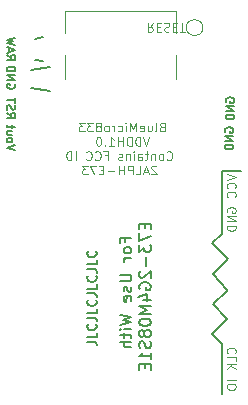
<source format=gbr>
G04 #@! TF.GenerationSoftware,KiCad,Pcbnew,(5.1.10)-1*
G04 #@! TF.CreationDate,2021-09-27T22:25:22-06:00*
G04 #@! TF.ProjectId,BlueMicro833_vddh,426c7565-4d69-4637-926f-3833335f7664,rev?*
G04 #@! TF.SameCoordinates,Original*
G04 #@! TF.FileFunction,Legend,Bot*
G04 #@! TF.FilePolarity,Positive*
%FSLAX46Y46*%
G04 Gerber Fmt 4.6, Leading zero omitted, Abs format (unit mm)*
G04 Created by KiCad (PCBNEW (5.1.10)-1) date 2021-09-27 22:25:22*
%MOMM*%
%LPD*%
G01*
G04 APERTURE LIST*
%ADD10C,0.150000*%
%ADD11C,0.200000*%
%ADD12C,0.100000*%
%ADD13C,0.120000*%
G04 APERTURE END LIST*
D10*
X104175104Y-128641108D02*
X104175104Y-128307775D01*
X104698913Y-128307775D02*
X103698913Y-128307775D01*
X103698913Y-128783965D01*
X104698913Y-129307775D02*
X104651294Y-129212536D01*
X104603675Y-129164917D01*
X104508437Y-129117298D01*
X104222723Y-129117298D01*
X104127485Y-129164917D01*
X104079866Y-129212536D01*
X104032247Y-129307775D01*
X104032247Y-129450632D01*
X104079866Y-129545870D01*
X104127485Y-129593489D01*
X104222723Y-129641108D01*
X104508437Y-129641108D01*
X104603675Y-129593489D01*
X104651294Y-129545870D01*
X104698913Y-129450632D01*
X104698913Y-129307775D01*
X104698913Y-130069679D02*
X104032247Y-130069679D01*
X104222723Y-130069679D02*
X104127485Y-130117298D01*
X104079866Y-130164917D01*
X104032247Y-130260155D01*
X104032247Y-130355394D01*
X103698913Y-131450632D02*
X104508437Y-131450632D01*
X104603675Y-131498251D01*
X104651294Y-131545870D01*
X104698913Y-131641108D01*
X104698913Y-131831584D01*
X104651294Y-131926822D01*
X104603675Y-131974441D01*
X104508437Y-132022060D01*
X103698913Y-132022060D01*
X104651294Y-132450632D02*
X104698913Y-132545870D01*
X104698913Y-132736346D01*
X104651294Y-132831584D01*
X104556056Y-132879203D01*
X104508437Y-132879203D01*
X104413199Y-132831584D01*
X104365580Y-132736346D01*
X104365580Y-132593489D01*
X104317961Y-132498251D01*
X104222723Y-132450632D01*
X104175104Y-132450632D01*
X104079866Y-132498251D01*
X104032247Y-132593489D01*
X104032247Y-132736346D01*
X104079866Y-132831584D01*
X104651294Y-133688727D02*
X104698913Y-133593489D01*
X104698913Y-133403013D01*
X104651294Y-133307775D01*
X104556056Y-133260155D01*
X104175104Y-133260155D01*
X104079866Y-133307775D01*
X104032247Y-133403013D01*
X104032247Y-133593489D01*
X104079866Y-133688727D01*
X104175104Y-133736346D01*
X104270342Y-133736346D01*
X104365580Y-133260155D01*
X103698913Y-134831584D02*
X104698913Y-135069679D01*
X103984628Y-135260155D01*
X104698913Y-135450632D01*
X103698913Y-135688727D01*
X104698913Y-136069679D02*
X104032247Y-136069679D01*
X103698913Y-136069679D02*
X103746533Y-136022060D01*
X103794152Y-136069679D01*
X103746533Y-136117298D01*
X103698913Y-136069679D01*
X103794152Y-136069679D01*
X104032247Y-136403013D02*
X104032247Y-136783965D01*
X103698913Y-136545870D02*
X104556056Y-136545870D01*
X104651294Y-136593489D01*
X104698913Y-136688727D01*
X104698913Y-136783965D01*
X104698913Y-137117298D02*
X103698913Y-137117298D01*
X104698913Y-137545870D02*
X104175104Y-137545870D01*
X104079866Y-137498251D01*
X104032247Y-137403013D01*
X104032247Y-137260155D01*
X104079866Y-137164917D01*
X104127485Y-137117298D01*
X105825104Y-127141108D02*
X105825104Y-127474441D01*
X106348913Y-127617298D02*
X106348913Y-127141108D01*
X105348913Y-127141108D01*
X105348913Y-127617298D01*
X105348913Y-127950632D02*
X105348913Y-128617298D01*
X106348913Y-128188727D01*
X105348913Y-128903013D02*
X105348913Y-129522060D01*
X105729866Y-129188727D01*
X105729866Y-129331584D01*
X105777485Y-129426822D01*
X105825104Y-129474441D01*
X105920342Y-129522060D01*
X106158437Y-129522060D01*
X106253675Y-129474441D01*
X106301294Y-129426822D01*
X106348913Y-129331584D01*
X106348913Y-129045870D01*
X106301294Y-128950632D01*
X106253675Y-128903013D01*
X105967961Y-129950632D02*
X105967961Y-130712536D01*
X105444152Y-131141108D02*
X105396533Y-131188727D01*
X105348913Y-131283965D01*
X105348913Y-131522060D01*
X105396533Y-131617298D01*
X105444152Y-131664917D01*
X105539390Y-131712536D01*
X105634628Y-131712536D01*
X105777485Y-131664917D01*
X106348913Y-131093489D01*
X106348913Y-131712536D01*
X105396533Y-132664917D02*
X105348913Y-132569679D01*
X105348913Y-132426822D01*
X105396533Y-132283965D01*
X105491771Y-132188727D01*
X105587009Y-132141108D01*
X105777485Y-132093489D01*
X105920342Y-132093489D01*
X106110818Y-132141108D01*
X106206056Y-132188727D01*
X106301294Y-132283965D01*
X106348913Y-132426822D01*
X106348913Y-132522060D01*
X106301294Y-132664917D01*
X106253675Y-132712536D01*
X105920342Y-132712536D01*
X105920342Y-132522060D01*
X105682247Y-133569679D02*
X106348913Y-133569679D01*
X105301294Y-133331584D02*
X106015580Y-133093489D01*
X106015580Y-133712536D01*
X106348913Y-134093489D02*
X105348913Y-134093489D01*
X106063199Y-134426822D01*
X105348913Y-134760155D01*
X106348913Y-134760155D01*
X105348913Y-135426822D02*
X105348913Y-135522060D01*
X105396533Y-135617298D01*
X105444152Y-135664917D01*
X105539390Y-135712536D01*
X105729866Y-135760155D01*
X105967961Y-135760155D01*
X106158437Y-135712536D01*
X106253675Y-135664917D01*
X106301294Y-135617298D01*
X106348913Y-135522060D01*
X106348913Y-135426822D01*
X106301294Y-135331584D01*
X106253675Y-135283965D01*
X106158437Y-135236346D01*
X105967961Y-135188727D01*
X105729866Y-135188727D01*
X105539390Y-135236346D01*
X105444152Y-135283965D01*
X105396533Y-135331584D01*
X105348913Y-135426822D01*
X105777485Y-136331584D02*
X105729866Y-136236346D01*
X105682247Y-136188727D01*
X105587009Y-136141108D01*
X105539390Y-136141108D01*
X105444152Y-136188727D01*
X105396533Y-136236346D01*
X105348913Y-136331584D01*
X105348913Y-136522060D01*
X105396533Y-136617298D01*
X105444152Y-136664917D01*
X105539390Y-136712536D01*
X105587009Y-136712536D01*
X105682247Y-136664917D01*
X105729866Y-136617298D01*
X105777485Y-136522060D01*
X105777485Y-136331584D01*
X105825104Y-136236346D01*
X105872723Y-136188727D01*
X105967961Y-136141108D01*
X106158437Y-136141108D01*
X106253675Y-136188727D01*
X106301294Y-136236346D01*
X106348913Y-136331584D01*
X106348913Y-136522060D01*
X106301294Y-136617298D01*
X106253675Y-136664917D01*
X106158437Y-136712536D01*
X105967961Y-136712536D01*
X105872723Y-136664917D01*
X105825104Y-136617298D01*
X105777485Y-136522060D01*
X106301294Y-137093489D02*
X106348913Y-137236346D01*
X106348913Y-137474441D01*
X106301294Y-137569679D01*
X106253675Y-137617298D01*
X106158437Y-137664917D01*
X106063199Y-137664917D01*
X105967961Y-137617298D01*
X105920342Y-137569679D01*
X105872723Y-137474441D01*
X105825104Y-137283965D01*
X105777485Y-137188727D01*
X105729866Y-137141108D01*
X105634628Y-137093489D01*
X105539390Y-137093489D01*
X105444152Y-137141108D01*
X105396533Y-137188727D01*
X105348913Y-137283965D01*
X105348913Y-137522060D01*
X105396533Y-137664917D01*
X106348913Y-138617298D02*
X106348913Y-138045870D01*
X106348913Y-138331584D02*
X105348913Y-138331584D01*
X105491771Y-138236346D01*
X105587009Y-138141108D01*
X105634628Y-138045870D01*
X105825104Y-139045870D02*
X105825104Y-139379203D01*
X106348913Y-139522060D02*
X106348913Y-139045870D01*
X105348913Y-139045870D01*
X105348913Y-139522060D01*
D11*
X97832533Y-113876775D02*
X96181533Y-114130775D01*
X97197533Y-113368775D02*
X96562533Y-113241775D01*
X97197533Y-111336775D02*
X96562533Y-111463775D01*
X97832533Y-115908775D02*
X96181533Y-115654775D01*
D12*
X107692390Y-121660132D02*
X107728104Y-121695846D01*
X107835247Y-121731560D01*
X107906675Y-121731560D01*
X108013818Y-121695846D01*
X108085247Y-121624417D01*
X108120961Y-121552989D01*
X108156675Y-121410132D01*
X108156675Y-121302989D01*
X108120961Y-121160132D01*
X108085247Y-121088703D01*
X108013818Y-121017275D01*
X107906675Y-120981560D01*
X107835247Y-120981560D01*
X107728104Y-121017275D01*
X107692390Y-121052989D01*
X107263818Y-121731560D02*
X107335247Y-121695846D01*
X107370961Y-121660132D01*
X107406675Y-121588703D01*
X107406675Y-121374417D01*
X107370961Y-121302989D01*
X107335247Y-121267275D01*
X107263818Y-121231560D01*
X107156675Y-121231560D01*
X107085247Y-121267275D01*
X107049533Y-121302989D01*
X107013818Y-121374417D01*
X107013818Y-121588703D01*
X107049533Y-121660132D01*
X107085247Y-121695846D01*
X107156675Y-121731560D01*
X107263818Y-121731560D01*
X106692390Y-121231560D02*
X106692390Y-121731560D01*
X106692390Y-121302989D02*
X106656675Y-121267275D01*
X106585247Y-121231560D01*
X106478104Y-121231560D01*
X106406675Y-121267275D01*
X106370961Y-121338703D01*
X106370961Y-121731560D01*
X106120961Y-121231560D02*
X105835247Y-121231560D01*
X106013818Y-120981560D02*
X106013818Y-121624417D01*
X105978104Y-121695846D01*
X105906675Y-121731560D01*
X105835247Y-121731560D01*
X105263818Y-121731560D02*
X105263818Y-121338703D01*
X105299533Y-121267275D01*
X105370961Y-121231560D01*
X105513818Y-121231560D01*
X105585247Y-121267275D01*
X105263818Y-121695846D02*
X105335247Y-121731560D01*
X105513818Y-121731560D01*
X105585247Y-121695846D01*
X105620961Y-121624417D01*
X105620961Y-121552989D01*
X105585247Y-121481560D01*
X105513818Y-121445846D01*
X105335247Y-121445846D01*
X105263818Y-121410132D01*
X104906675Y-121731560D02*
X104906675Y-121231560D01*
X104906675Y-120981560D02*
X104942390Y-121017275D01*
X104906675Y-121052989D01*
X104870961Y-121017275D01*
X104906675Y-120981560D01*
X104906675Y-121052989D01*
X104549533Y-121231560D02*
X104549533Y-121731560D01*
X104549533Y-121302989D02*
X104513818Y-121267275D01*
X104442390Y-121231560D01*
X104335247Y-121231560D01*
X104263818Y-121267275D01*
X104228104Y-121338703D01*
X104228104Y-121731560D01*
X103906675Y-121695846D02*
X103835247Y-121731560D01*
X103692390Y-121731560D01*
X103620961Y-121695846D01*
X103585247Y-121624417D01*
X103585247Y-121588703D01*
X103620961Y-121517275D01*
X103692390Y-121481560D01*
X103799533Y-121481560D01*
X103870961Y-121445846D01*
X103906675Y-121374417D01*
X103906675Y-121338703D01*
X103870961Y-121267275D01*
X103799533Y-121231560D01*
X103692390Y-121231560D01*
X103620961Y-121267275D01*
X102442390Y-121338703D02*
X102692390Y-121338703D01*
X102692390Y-121731560D02*
X102692390Y-120981560D01*
X102335247Y-120981560D01*
X101620961Y-121660132D02*
X101656675Y-121695846D01*
X101763818Y-121731560D01*
X101835247Y-121731560D01*
X101942390Y-121695846D01*
X102013818Y-121624417D01*
X102049533Y-121552989D01*
X102085247Y-121410132D01*
X102085247Y-121302989D01*
X102049533Y-121160132D01*
X102013818Y-121088703D01*
X101942390Y-121017275D01*
X101835247Y-120981560D01*
X101763818Y-120981560D01*
X101656675Y-121017275D01*
X101620961Y-121052989D01*
X100870961Y-121660132D02*
X100906675Y-121695846D01*
X101013818Y-121731560D01*
X101085247Y-121731560D01*
X101192390Y-121695846D01*
X101263818Y-121624417D01*
X101299533Y-121552989D01*
X101335247Y-121410132D01*
X101335247Y-121302989D01*
X101299533Y-121160132D01*
X101263818Y-121088703D01*
X101192390Y-121017275D01*
X101085247Y-120981560D01*
X101013818Y-120981560D01*
X100906675Y-121017275D01*
X100870961Y-121052989D01*
X99978104Y-121731560D02*
X99978104Y-120981560D01*
X99620961Y-121731560D02*
X99620961Y-120981560D01*
X99442390Y-120981560D01*
X99335247Y-121017275D01*
X99263818Y-121088703D01*
X99228104Y-121160132D01*
X99192390Y-121302989D01*
X99192390Y-121410132D01*
X99228104Y-121552989D01*
X99263818Y-121624417D01*
X99335247Y-121695846D01*
X99442390Y-121731560D01*
X99620961Y-121731560D01*
X106799533Y-122277989D02*
X106763818Y-122242275D01*
X106692390Y-122206560D01*
X106513818Y-122206560D01*
X106442390Y-122242275D01*
X106406675Y-122277989D01*
X106370961Y-122349417D01*
X106370961Y-122420846D01*
X106406675Y-122527989D01*
X106835247Y-122956560D01*
X106370961Y-122956560D01*
X106085247Y-122742275D02*
X105728104Y-122742275D01*
X106156675Y-122956560D02*
X105906675Y-122206560D01*
X105656675Y-122956560D01*
X105049533Y-122956560D02*
X105406675Y-122956560D01*
X105406675Y-122206560D01*
X104799533Y-122956560D02*
X104799533Y-122206560D01*
X104513818Y-122206560D01*
X104442390Y-122242275D01*
X104406675Y-122277989D01*
X104370961Y-122349417D01*
X104370961Y-122456560D01*
X104406675Y-122527989D01*
X104442390Y-122563703D01*
X104513818Y-122599417D01*
X104799533Y-122599417D01*
X104049533Y-122956560D02*
X104049533Y-122206560D01*
X104049533Y-122563703D02*
X103620961Y-122563703D01*
X103620961Y-122956560D02*
X103620961Y-122206560D01*
X103263818Y-122670846D02*
X102692390Y-122670846D01*
X102335247Y-122563703D02*
X102085247Y-122563703D01*
X101978104Y-122956560D02*
X102335247Y-122956560D01*
X102335247Y-122206560D01*
X101978104Y-122206560D01*
X101728104Y-122206560D02*
X101228104Y-122206560D01*
X101549533Y-122956560D01*
X101013818Y-122206560D02*
X100549533Y-122206560D01*
X100799533Y-122492275D01*
X100692390Y-122492275D01*
X100620961Y-122527989D01*
X100585247Y-122563703D01*
X100549533Y-122635132D01*
X100549533Y-122813703D01*
X100585247Y-122885132D01*
X100620961Y-122920846D01*
X100692390Y-122956560D01*
X100906675Y-122956560D01*
X100978104Y-122920846D01*
X101013818Y-122885132D01*
X106522247Y-110108489D02*
X106272247Y-110465632D01*
X106093675Y-110108489D02*
X106093675Y-110858489D01*
X106379390Y-110858489D01*
X106450818Y-110822775D01*
X106486533Y-110787060D01*
X106522247Y-110715632D01*
X106522247Y-110608489D01*
X106486533Y-110537060D01*
X106450818Y-110501346D01*
X106379390Y-110465632D01*
X106093675Y-110465632D01*
X106843675Y-110501346D02*
X107093675Y-110501346D01*
X107200818Y-110108489D02*
X106843675Y-110108489D01*
X106843675Y-110858489D01*
X107200818Y-110858489D01*
X107486533Y-110144203D02*
X107593675Y-110108489D01*
X107772247Y-110108489D01*
X107843675Y-110144203D01*
X107879390Y-110179917D01*
X107915104Y-110251346D01*
X107915104Y-110322775D01*
X107879390Y-110394203D01*
X107843675Y-110429917D01*
X107772247Y-110465632D01*
X107629390Y-110501346D01*
X107557961Y-110537060D01*
X107522247Y-110572775D01*
X107486533Y-110644203D01*
X107486533Y-110715632D01*
X107522247Y-110787060D01*
X107557961Y-110822775D01*
X107629390Y-110858489D01*
X107807961Y-110858489D01*
X107915104Y-110822775D01*
X108236533Y-110501346D02*
X108486533Y-110501346D01*
X108593675Y-110108489D02*
X108236533Y-110108489D01*
X108236533Y-110858489D01*
X108593675Y-110858489D01*
X108807961Y-110858489D02*
X109236533Y-110858489D01*
X109022247Y-110108489D02*
X109022247Y-110858489D01*
D11*
X112374033Y-122639775D02*
X113961533Y-122639775D01*
X112374033Y-127973775D02*
X112374033Y-122639775D01*
X111548533Y-128799275D02*
X112374033Y-127973775D01*
X112882033Y-130132775D02*
X111548533Y-128799275D01*
X111612033Y-131402775D02*
X112882033Y-130132775D01*
X112818533Y-132736275D02*
X111612033Y-131402775D01*
X112755033Y-132799775D02*
X112818533Y-132736275D01*
X111612033Y-133942775D02*
X112755033Y-132799775D01*
X112818533Y-135212775D02*
X111612033Y-133942775D01*
X111548533Y-136482775D02*
X112818533Y-135212775D01*
X112374033Y-137308275D02*
X111548533Y-136482775D01*
X112374033Y-141562775D02*
X112374033Y-137308275D01*
D12*
X113467390Y-138100203D02*
X113503104Y-138064489D01*
X113538818Y-137957346D01*
X113538818Y-137885917D01*
X113503104Y-137778775D01*
X113431675Y-137707346D01*
X113360247Y-137671632D01*
X113217390Y-137635917D01*
X113110247Y-137635917D01*
X112967390Y-137671632D01*
X112895961Y-137707346D01*
X112824533Y-137778775D01*
X112788818Y-137885917D01*
X112788818Y-137957346D01*
X112824533Y-138064489D01*
X112860247Y-138100203D01*
X113538818Y-138778775D02*
X113538818Y-138421632D01*
X112788818Y-138421632D01*
X113538818Y-139028775D02*
X112788818Y-139028775D01*
X113538818Y-139457346D02*
X113110247Y-139135917D01*
X112788818Y-139457346D02*
X113217390Y-139028775D01*
X113538818Y-140350203D02*
X112788818Y-140350203D01*
X112788818Y-140850203D02*
X112788818Y-140993060D01*
X112824533Y-141064489D01*
X112895961Y-141135917D01*
X113038818Y-141171632D01*
X113288818Y-141171632D01*
X113431675Y-141135917D01*
X113503104Y-141064489D01*
X113538818Y-140993060D01*
X113538818Y-140850203D01*
X113503104Y-140778775D01*
X113431675Y-140707346D01*
X113288818Y-140671632D01*
X113038818Y-140671632D01*
X112895961Y-140707346D01*
X112824533Y-140778775D01*
X112788818Y-140850203D01*
D10*
X100950437Y-137130013D02*
X101521866Y-137130013D01*
X101636152Y-137168108D01*
X101712342Y-137244298D01*
X101750437Y-137358584D01*
X101750437Y-137434775D01*
X101750437Y-136368108D02*
X101750437Y-136749060D01*
X100950437Y-136749060D01*
X101674247Y-135644298D02*
X101712342Y-135682394D01*
X101750437Y-135796679D01*
X101750437Y-135872870D01*
X101712342Y-135987155D01*
X101636152Y-136063346D01*
X101559961Y-136101441D01*
X101407580Y-136139536D01*
X101293294Y-136139536D01*
X101140913Y-136101441D01*
X101064723Y-136063346D01*
X100988533Y-135987155D01*
X100950437Y-135872870D01*
X100950437Y-135796679D01*
X100988533Y-135682394D01*
X101026628Y-135644298D01*
X100950437Y-135072870D02*
X101521866Y-135072870D01*
X101636152Y-135110965D01*
X101712342Y-135187155D01*
X101750437Y-135301441D01*
X101750437Y-135377632D01*
X101750437Y-134310965D02*
X101750437Y-134691917D01*
X100950437Y-134691917D01*
X101674247Y-133587155D02*
X101712342Y-133625251D01*
X101750437Y-133739536D01*
X101750437Y-133815727D01*
X101712342Y-133930013D01*
X101636152Y-134006203D01*
X101559961Y-134044298D01*
X101407580Y-134082394D01*
X101293294Y-134082394D01*
X101140913Y-134044298D01*
X101064723Y-134006203D01*
X100988533Y-133930013D01*
X100950437Y-133815727D01*
X100950437Y-133739536D01*
X100988533Y-133625251D01*
X101026628Y-133587155D01*
X100950437Y-133015727D02*
X101521866Y-133015727D01*
X101636152Y-133053822D01*
X101712342Y-133130013D01*
X101750437Y-133244298D01*
X101750437Y-133320489D01*
X101750437Y-132253822D02*
X101750437Y-132634775D01*
X100950437Y-132634775D01*
X101674247Y-131530013D02*
X101712342Y-131568108D01*
X101750437Y-131682394D01*
X101750437Y-131758584D01*
X101712342Y-131872870D01*
X101636152Y-131949060D01*
X101559961Y-131987155D01*
X101407580Y-132025251D01*
X101293294Y-132025251D01*
X101140913Y-131987155D01*
X101064723Y-131949060D01*
X100988533Y-131872870D01*
X100950437Y-131758584D01*
X100950437Y-131682394D01*
X100988533Y-131568108D01*
X101026628Y-131530013D01*
X100950437Y-130958584D02*
X101521866Y-130958584D01*
X101636152Y-130996679D01*
X101712342Y-131072870D01*
X101750437Y-131187155D01*
X101750437Y-131263346D01*
X101750437Y-130196679D02*
X101750437Y-130577632D01*
X100950437Y-130577632D01*
X101674247Y-129472870D02*
X101712342Y-129510965D01*
X101750437Y-129625251D01*
X101750437Y-129701441D01*
X101712342Y-129815727D01*
X101636152Y-129891917D01*
X101559961Y-129930013D01*
X101407580Y-129968108D01*
X101293294Y-129968108D01*
X101140913Y-129930013D01*
X101064723Y-129891917D01*
X100988533Y-129815727D01*
X100950437Y-129701441D01*
X100950437Y-129625251D01*
X100988533Y-129510965D01*
X101026628Y-129472870D01*
D12*
X107303533Y-118925703D02*
X107196390Y-118961417D01*
X107160675Y-118997132D01*
X107124961Y-119068560D01*
X107124961Y-119175703D01*
X107160675Y-119247132D01*
X107196390Y-119282846D01*
X107267818Y-119318560D01*
X107553533Y-119318560D01*
X107553533Y-118568560D01*
X107303533Y-118568560D01*
X107232104Y-118604275D01*
X107196390Y-118639989D01*
X107160675Y-118711417D01*
X107160675Y-118782846D01*
X107196390Y-118854275D01*
X107232104Y-118889989D01*
X107303533Y-118925703D01*
X107553533Y-118925703D01*
X106696390Y-119318560D02*
X106767818Y-119282846D01*
X106803533Y-119211417D01*
X106803533Y-118568560D01*
X106089247Y-118818560D02*
X106089247Y-119318560D01*
X106410675Y-118818560D02*
X106410675Y-119211417D01*
X106374961Y-119282846D01*
X106303533Y-119318560D01*
X106196390Y-119318560D01*
X106124961Y-119282846D01*
X106089247Y-119247132D01*
X105446390Y-119282846D02*
X105517818Y-119318560D01*
X105660675Y-119318560D01*
X105732104Y-119282846D01*
X105767818Y-119211417D01*
X105767818Y-118925703D01*
X105732104Y-118854275D01*
X105660675Y-118818560D01*
X105517818Y-118818560D01*
X105446390Y-118854275D01*
X105410675Y-118925703D01*
X105410675Y-118997132D01*
X105767818Y-119068560D01*
X105089247Y-119318560D02*
X105089247Y-118568560D01*
X104839247Y-119104275D01*
X104589247Y-118568560D01*
X104589247Y-119318560D01*
X104232104Y-119318560D02*
X104232104Y-118818560D01*
X104232104Y-118568560D02*
X104267818Y-118604275D01*
X104232104Y-118639989D01*
X104196390Y-118604275D01*
X104232104Y-118568560D01*
X104232104Y-118639989D01*
X103553533Y-119282846D02*
X103624961Y-119318560D01*
X103767818Y-119318560D01*
X103839247Y-119282846D01*
X103874961Y-119247132D01*
X103910675Y-119175703D01*
X103910675Y-118961417D01*
X103874961Y-118889989D01*
X103839247Y-118854275D01*
X103767818Y-118818560D01*
X103624961Y-118818560D01*
X103553533Y-118854275D01*
X103232104Y-119318560D02*
X103232104Y-118818560D01*
X103232104Y-118961417D02*
X103196390Y-118889989D01*
X103160675Y-118854275D01*
X103089247Y-118818560D01*
X103017818Y-118818560D01*
X102660675Y-119318560D02*
X102732104Y-119282846D01*
X102767818Y-119247132D01*
X102803533Y-119175703D01*
X102803533Y-118961417D01*
X102767818Y-118889989D01*
X102732104Y-118854275D01*
X102660675Y-118818560D01*
X102553533Y-118818560D01*
X102482104Y-118854275D01*
X102446390Y-118889989D01*
X102410675Y-118961417D01*
X102410675Y-119175703D01*
X102446390Y-119247132D01*
X102482104Y-119282846D01*
X102553533Y-119318560D01*
X102660675Y-119318560D01*
X101982104Y-118889989D02*
X102053533Y-118854275D01*
X102089247Y-118818560D01*
X102124961Y-118747132D01*
X102124961Y-118711417D01*
X102089247Y-118639989D01*
X102053533Y-118604275D01*
X101982104Y-118568560D01*
X101839247Y-118568560D01*
X101767818Y-118604275D01*
X101732104Y-118639989D01*
X101696390Y-118711417D01*
X101696390Y-118747132D01*
X101732104Y-118818560D01*
X101767818Y-118854275D01*
X101839247Y-118889989D01*
X101982104Y-118889989D01*
X102053533Y-118925703D01*
X102089247Y-118961417D01*
X102124961Y-119032846D01*
X102124961Y-119175703D01*
X102089247Y-119247132D01*
X102053533Y-119282846D01*
X101982104Y-119318560D01*
X101839247Y-119318560D01*
X101767818Y-119282846D01*
X101732104Y-119247132D01*
X101696390Y-119175703D01*
X101696390Y-119032846D01*
X101732104Y-118961417D01*
X101767818Y-118925703D01*
X101839247Y-118889989D01*
X101446390Y-118568560D02*
X100982104Y-118568560D01*
X101232104Y-118854275D01*
X101124961Y-118854275D01*
X101053533Y-118889989D01*
X101017818Y-118925703D01*
X100982104Y-118997132D01*
X100982104Y-119175703D01*
X101017818Y-119247132D01*
X101053533Y-119282846D01*
X101124961Y-119318560D01*
X101339247Y-119318560D01*
X101410675Y-119282846D01*
X101446390Y-119247132D01*
X100732104Y-118568560D02*
X100267818Y-118568560D01*
X100517818Y-118854275D01*
X100410675Y-118854275D01*
X100339247Y-118889989D01*
X100303533Y-118925703D01*
X100267818Y-118997132D01*
X100267818Y-119175703D01*
X100303533Y-119247132D01*
X100339247Y-119282846D01*
X100410675Y-119318560D01*
X100624961Y-119318560D01*
X100696390Y-119282846D01*
X100732104Y-119247132D01*
X106214247Y-119793560D02*
X105964247Y-120543560D01*
X105714247Y-119793560D01*
X105464247Y-120543560D02*
X105464247Y-119793560D01*
X105285675Y-119793560D01*
X105178533Y-119829275D01*
X105107104Y-119900703D01*
X105071390Y-119972132D01*
X105035675Y-120114989D01*
X105035675Y-120222132D01*
X105071390Y-120364989D01*
X105107104Y-120436417D01*
X105178533Y-120507846D01*
X105285675Y-120543560D01*
X105464247Y-120543560D01*
X104714247Y-120543560D02*
X104714247Y-119793560D01*
X104535675Y-119793560D01*
X104428533Y-119829275D01*
X104357104Y-119900703D01*
X104321390Y-119972132D01*
X104285675Y-120114989D01*
X104285675Y-120222132D01*
X104321390Y-120364989D01*
X104357104Y-120436417D01*
X104428533Y-120507846D01*
X104535675Y-120543560D01*
X104714247Y-120543560D01*
X103964247Y-120543560D02*
X103964247Y-119793560D01*
X103964247Y-120150703D02*
X103535675Y-120150703D01*
X103535675Y-120543560D02*
X103535675Y-119793560D01*
X102785675Y-120543560D02*
X103214247Y-120543560D01*
X102999961Y-120543560D02*
X102999961Y-119793560D01*
X103071390Y-119900703D01*
X103142818Y-119972132D01*
X103214247Y-120007846D01*
X102464247Y-120472132D02*
X102428533Y-120507846D01*
X102464247Y-120543560D01*
X102499961Y-120507846D01*
X102464247Y-120472132D01*
X102464247Y-120543560D01*
X101964247Y-119793560D02*
X101892818Y-119793560D01*
X101821390Y-119829275D01*
X101785675Y-119864989D01*
X101749961Y-119936417D01*
X101714247Y-120079275D01*
X101714247Y-120257846D01*
X101749961Y-120400703D01*
X101785675Y-120472132D01*
X101821390Y-120507846D01*
X101892818Y-120543560D01*
X101964247Y-120543560D01*
X102035675Y-120507846D01*
X102071390Y-120472132D01*
X102107104Y-120400703D01*
X102142818Y-120257846D01*
X102142818Y-120079275D01*
X102107104Y-119936417D01*
X102071390Y-119864989D01*
X102035675Y-119829275D01*
X101964247Y-119793560D01*
X112788818Y-122941703D02*
X113538818Y-123191703D01*
X112788818Y-123441703D01*
X113467390Y-124120275D02*
X113503104Y-124084560D01*
X113538818Y-123977417D01*
X113538818Y-123905989D01*
X113503104Y-123798846D01*
X113431675Y-123727417D01*
X113360247Y-123691703D01*
X113217390Y-123655989D01*
X113110247Y-123655989D01*
X112967390Y-123691703D01*
X112895961Y-123727417D01*
X112824533Y-123798846D01*
X112788818Y-123905989D01*
X112788818Y-123977417D01*
X112824533Y-124084560D01*
X112860247Y-124120275D01*
X113467390Y-124870275D02*
X113503104Y-124834560D01*
X113538818Y-124727417D01*
X113538818Y-124655989D01*
X113503104Y-124548846D01*
X113431675Y-124477417D01*
X113360247Y-124441703D01*
X113217390Y-124405989D01*
X113110247Y-124405989D01*
X112967390Y-124441703D01*
X112895961Y-124477417D01*
X112824533Y-124548846D01*
X112788818Y-124655989D01*
X112788818Y-124727417D01*
X112824533Y-124834560D01*
X112860247Y-124870275D01*
X112824533Y-126155989D02*
X112788818Y-126084560D01*
X112788818Y-125977417D01*
X112824533Y-125870275D01*
X112895961Y-125798846D01*
X112967390Y-125763132D01*
X113110247Y-125727417D01*
X113217390Y-125727417D01*
X113360247Y-125763132D01*
X113431675Y-125798846D01*
X113503104Y-125870275D01*
X113538818Y-125977417D01*
X113538818Y-126048846D01*
X113503104Y-126155989D01*
X113467390Y-126191703D01*
X113217390Y-126191703D01*
X113217390Y-126048846D01*
X113538818Y-126513132D02*
X112788818Y-126513132D01*
X113538818Y-126941703D01*
X112788818Y-126941703D01*
X113538818Y-127298846D02*
X112788818Y-127298846D01*
X112788818Y-127477417D01*
X112824533Y-127584560D01*
X112895961Y-127655989D01*
X112967390Y-127691703D01*
X113110247Y-127727417D01*
X113217390Y-127727417D01*
X113360247Y-127691703D01*
X113431675Y-127655989D01*
X113503104Y-127584560D01*
X113538818Y-127477417D01*
X113538818Y-127298846D01*
D13*
X99101533Y-110987775D02*
X99101533Y-109087775D01*
X99101533Y-114887775D02*
X99101533Y-112887775D01*
X108501533Y-110987775D02*
X108501533Y-109087775D01*
X108501533Y-114887775D02*
X108501533Y-112887775D01*
X99101533Y-109087775D02*
X108501533Y-109087775D01*
X110749933Y-110523975D02*
G75*
G03*
X110749933Y-110523975I-700000J0D01*
G01*
D10*
X112722533Y-116835941D02*
X112689199Y-116769275D01*
X112689199Y-116669275D01*
X112722533Y-116569275D01*
X112789199Y-116502608D01*
X112855866Y-116469275D01*
X112989199Y-116435941D01*
X113089199Y-116435941D01*
X113222533Y-116469275D01*
X113289199Y-116502608D01*
X113355866Y-116569275D01*
X113389199Y-116669275D01*
X113389199Y-116735941D01*
X113355866Y-116835941D01*
X113322533Y-116869275D01*
X113089199Y-116869275D01*
X113089199Y-116735941D01*
X113389199Y-117169275D02*
X112689199Y-117169275D01*
X113389199Y-117569275D01*
X112689199Y-117569275D01*
X113389199Y-117902608D02*
X112689199Y-117902608D01*
X112689199Y-118069275D01*
X112722533Y-118169275D01*
X112789199Y-118235941D01*
X112855866Y-118269275D01*
X112989199Y-118302608D01*
X113089199Y-118302608D01*
X113222533Y-118269275D01*
X113289199Y-118235941D01*
X113355866Y-118169275D01*
X113389199Y-118069275D01*
X113389199Y-117902608D01*
X112659033Y-119375941D02*
X112625699Y-119309275D01*
X112625699Y-119209275D01*
X112659033Y-119109275D01*
X112725699Y-119042608D01*
X112792366Y-119009275D01*
X112925699Y-118975941D01*
X113025699Y-118975941D01*
X113159033Y-119009275D01*
X113225699Y-119042608D01*
X113292366Y-119109275D01*
X113325699Y-119209275D01*
X113325699Y-119275941D01*
X113292366Y-119375941D01*
X113259033Y-119409275D01*
X113025699Y-119409275D01*
X113025699Y-119275941D01*
X113325699Y-119709275D02*
X112625699Y-119709275D01*
X113325699Y-120109275D01*
X112625699Y-120109275D01*
X113325699Y-120442608D02*
X112625699Y-120442608D01*
X112625699Y-120609275D01*
X112659033Y-120709275D01*
X112725699Y-120775941D01*
X112792366Y-120809275D01*
X112925699Y-120842608D01*
X113025699Y-120842608D01*
X113159033Y-120809275D01*
X113225699Y-120775941D01*
X113292366Y-120709275D01*
X113325699Y-120609275D01*
X113325699Y-120442608D01*
X94850366Y-120912441D02*
X94150366Y-120679108D01*
X94850366Y-120445775D01*
X94150366Y-120112441D02*
X94183699Y-120179108D01*
X94217033Y-120212441D01*
X94283699Y-120245775D01*
X94483699Y-120245775D01*
X94550366Y-120212441D01*
X94583699Y-120179108D01*
X94617033Y-120112441D01*
X94617033Y-120012441D01*
X94583699Y-119945775D01*
X94550366Y-119912441D01*
X94483699Y-119879108D01*
X94283699Y-119879108D01*
X94217033Y-119912441D01*
X94183699Y-119945775D01*
X94150366Y-120012441D01*
X94150366Y-120112441D01*
X94617033Y-119279108D02*
X94150366Y-119279108D01*
X94617033Y-119579108D02*
X94250366Y-119579108D01*
X94183699Y-119545775D01*
X94150366Y-119479108D01*
X94150366Y-119379108D01*
X94183699Y-119312441D01*
X94217033Y-119279108D01*
X94617033Y-119045775D02*
X94617033Y-118779108D01*
X94850366Y-118945775D02*
X94250366Y-118945775D01*
X94183699Y-118912441D01*
X94150366Y-118845775D01*
X94150366Y-118779108D01*
X94150366Y-117752608D02*
X94483699Y-117985941D01*
X94150366Y-118152608D02*
X94850366Y-118152608D01*
X94850366Y-117885941D01*
X94817033Y-117819275D01*
X94783699Y-117785941D01*
X94717033Y-117752608D01*
X94617033Y-117752608D01*
X94550366Y-117785941D01*
X94517033Y-117819275D01*
X94483699Y-117885941D01*
X94483699Y-118152608D01*
X94183699Y-117485941D02*
X94150366Y-117385941D01*
X94150366Y-117219275D01*
X94183699Y-117152608D01*
X94217033Y-117119275D01*
X94283699Y-117085941D01*
X94350366Y-117085941D01*
X94417033Y-117119275D01*
X94450366Y-117152608D01*
X94483699Y-117219275D01*
X94517033Y-117352608D01*
X94550366Y-117419275D01*
X94583699Y-117452608D01*
X94650366Y-117485941D01*
X94717033Y-117485941D01*
X94783699Y-117452608D01*
X94817033Y-117419275D01*
X94850366Y-117352608D01*
X94850366Y-117185941D01*
X94817033Y-117085941D01*
X94850366Y-116885941D02*
X94850366Y-116485941D01*
X94150366Y-116685941D02*
X94850366Y-116685941D01*
X94817033Y-115299108D02*
X94850366Y-115365775D01*
X94850366Y-115465775D01*
X94817033Y-115565775D01*
X94750366Y-115632441D01*
X94683699Y-115665775D01*
X94550366Y-115699108D01*
X94450366Y-115699108D01*
X94317033Y-115665775D01*
X94250366Y-115632441D01*
X94183699Y-115565775D01*
X94150366Y-115465775D01*
X94150366Y-115399108D01*
X94183699Y-115299108D01*
X94217033Y-115265775D01*
X94450366Y-115265775D01*
X94450366Y-115399108D01*
X94150366Y-114965775D02*
X94850366Y-114965775D01*
X94150366Y-114565775D01*
X94850366Y-114565775D01*
X94150366Y-114232441D02*
X94850366Y-114232441D01*
X94850366Y-114065775D01*
X94817033Y-113965775D01*
X94750366Y-113899108D01*
X94683699Y-113865775D01*
X94550366Y-113832441D01*
X94450366Y-113832441D01*
X94317033Y-113865775D01*
X94250366Y-113899108D01*
X94183699Y-113965775D01*
X94150366Y-114065775D01*
X94150366Y-114232441D01*
X94150366Y-112836108D02*
X94483699Y-113069441D01*
X94150366Y-113236108D02*
X94850366Y-113236108D01*
X94850366Y-112969441D01*
X94817033Y-112902775D01*
X94783699Y-112869441D01*
X94717033Y-112836108D01*
X94617033Y-112836108D01*
X94550366Y-112869441D01*
X94517033Y-112902775D01*
X94483699Y-112969441D01*
X94483699Y-113236108D01*
X94350366Y-112569441D02*
X94350366Y-112236108D01*
X94150366Y-112636108D02*
X94850366Y-112402775D01*
X94150366Y-112169441D01*
X94850366Y-112002775D02*
X94150366Y-111836108D01*
X94650366Y-111702775D01*
X94150366Y-111569441D01*
X94850366Y-111402775D01*
M02*

</source>
